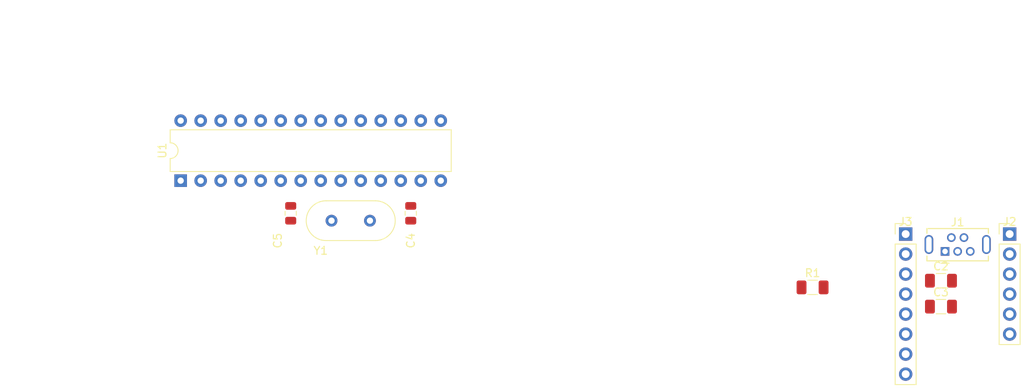
<source format=kicad_pcb>
(kicad_pcb (version 20171130) (host pcbnew "(5.1.2)-2")

  (general
    (thickness 1.6)
    (drawings 4)
    (tracks 0)
    (zones 0)
    (modules 10)
    (nets 30)
  )

  (page A4)
  (layers
    (0 F.Cu signal)
    (31 B.Cu signal)
    (32 B.Adhes user)
    (33 F.Adhes user)
    (34 B.Paste user)
    (35 F.Paste user)
    (36 B.SilkS user)
    (37 F.SilkS user)
    (38 B.Mask user)
    (39 F.Mask user)
    (40 Dwgs.User user)
    (41 Cmts.User user)
    (42 Eco1.User user)
    (43 Eco2.User user)
    (44 Edge.Cuts user)
    (45 Margin user)
    (46 B.CrtYd user)
    (47 F.CrtYd user)
    (48 B.Fab user)
    (49 F.Fab user)
  )

  (setup
    (last_trace_width 0.2032)
    (user_trace_width 0.2032)
    (trace_clearance 0.2)
    (zone_clearance 0.508)
    (zone_45_only no)
    (trace_min 0.2)
    (via_size 0.8)
    (via_drill 0.4)
    (via_min_size 0.4)
    (via_min_drill 0.3)
    (uvia_size 0.3)
    (uvia_drill 0.1)
    (uvias_allowed no)
    (uvia_min_size 0.2)
    (uvia_min_drill 0.1)
    (edge_width 0.05)
    (segment_width 0.2)
    (pcb_text_width 0.3)
    (pcb_text_size 1.5 1.5)
    (mod_edge_width 0.12)
    (mod_text_size 1 1)
    (mod_text_width 0.15)
    (pad_size 1.524 1.524)
    (pad_drill 0.762)
    (pad_to_mask_clearance 0.051)
    (solder_mask_min_width 0.25)
    (aux_axis_origin 0 0)
    (grid_origin 44.45 48.26)
    (visible_elements 7EFFFFFF)
    (pcbplotparams
      (layerselection 0x010fc_ffffffff)
      (usegerberextensions false)
      (usegerberattributes false)
      (usegerberadvancedattributes false)
      (creategerberjobfile false)
      (excludeedgelayer true)
      (linewidth 0.100000)
      (plotframeref false)
      (viasonmask false)
      (mode 1)
      (useauxorigin false)
      (hpglpennumber 1)
      (hpglpenspeed 20)
      (hpglpendiameter 15.000000)
      (psnegative false)
      (psa4output false)
      (plotreference true)
      (plotvalue true)
      (plotinvisibletext false)
      (padsonsilk false)
      (subtractmaskfromsilk false)
      (outputformat 1)
      (mirror false)
      (drillshape 1)
      (scaleselection 1)
      (outputdirectory ""))
  )

  (net 0 "")
  (net 1 VBUS)
  (net 2 GND)
  (net 3 "Net-(C3-Pad1)")
  (net 4 "Net-(C4-Pad1)")
  (net 5 "Net-(C5-Pad1)")
  (net 6 "Net-(J1-Pad4)")
  (net 7 "Net-(J1-Pad3)")
  (net 8 "Net-(J1-Pad2)")
  (net 9 "Net-(J2-Pad6)")
  (net 10 "Net-(J2-Pad5)")
  (net 11 "Net-(J2-Pad4)")
  (net 12 "Net-(J2-Pad1)")
  (net 13 "Net-(J3-Pad6)")
  (net 14 "Net-(J3-Pad5)")
  (net 15 "Net-(J3-Pad4)")
  (net 16 "Net-(J3-Pad3)")
  (net 17 "Net-(J3-Pad2)")
  (net 18 "Net-(J3-Pad1)")
  (net 19 "Net-(U1-Pad13)")
  (net 20 "Net-(U1-Pad12)")
  (net 21 "Net-(U1-Pad11)")
  (net 22 "Net-(U1-Pad7)")
  (net 23 "Net-(U1-Pad6)")
  (net 24 "Net-(U1-Pad5)")
  (net 25 "Net-(U1-Pad18)")
  (net 26 "Net-(U1-Pad4)")
  (net 27 "Net-(U1-Pad17)")
  (net 28 "Net-(U1-Pad3)")
  (net 29 "Net-(U1-Pad2)")

  (net_class Default "This is the default net class."
    (clearance 0.2)
    (trace_width 0.25)
    (via_dia 0.8)
    (via_drill 0.4)
    (uvia_dia 0.3)
    (uvia_drill 0.1)
    (add_net GND)
    (add_net "Net-(C3-Pad1)")
    (add_net "Net-(C4-Pad1)")
    (add_net "Net-(C5-Pad1)")
    (add_net "Net-(J1-Pad2)")
    (add_net "Net-(J1-Pad3)")
    (add_net "Net-(J1-Pad4)")
    (add_net "Net-(J2-Pad1)")
    (add_net "Net-(J2-Pad4)")
    (add_net "Net-(J2-Pad5)")
    (add_net "Net-(J2-Pad6)")
    (add_net "Net-(J3-Pad1)")
    (add_net "Net-(J3-Pad2)")
    (add_net "Net-(J3-Pad3)")
    (add_net "Net-(J3-Pad4)")
    (add_net "Net-(J3-Pad5)")
    (add_net "Net-(J3-Pad6)")
    (add_net "Net-(U1-Pad11)")
    (add_net "Net-(U1-Pad12)")
    (add_net "Net-(U1-Pad13)")
    (add_net "Net-(U1-Pad17)")
    (add_net "Net-(U1-Pad18)")
    (add_net "Net-(U1-Pad2)")
    (add_net "Net-(U1-Pad3)")
    (add_net "Net-(U1-Pad4)")
    (add_net "Net-(U1-Pad5)")
    (add_net "Net-(U1-Pad6)")
    (add_net "Net-(U1-Pad7)")
    (add_net VBUS)
  )

  (module Crystal:Crystal_HC49-U_Vertical (layer F.Cu) (tedit 5D4B1CFA) (tstamp 5D4B1465)
    (at 44.45 48.26)
    (descr "Crystal THT HC-49/U http://5hertz.com/pdfs/04404_D.pdf")
    (tags "THT crystalHC-49/U")
    (path /5D48C585)
    (fp_text reference Y1 (at -3.81 3.81) (layer F.SilkS)
      (effects (font (size 1 1) (thickness 0.15)))
    )
    (fp_text value "12 MHz" (at 2.54 3.81) (layer F.Fab)
      (effects (font (size 1 1) (thickness 0.15)))
    )
    (fp_arc (start 3.125 0) (end 3.125 -2.525) (angle 180) (layer F.SilkS) (width 0.12))
    (fp_arc (start -3.125 0) (end -3.125 -2.525) (angle -180) (layer F.SilkS) (width 0.12))
    (fp_arc (start 3 0) (end 3 -2) (angle 180) (layer F.Fab) (width 0.1))
    (fp_arc (start -3 0) (end -3 -2) (angle -180) (layer F.Fab) (width 0.1))
    (fp_arc (start 3.125 0) (end 3.125 -2.325) (angle 180) (layer F.Fab) (width 0.1))
    (fp_arc (start -3.125 0) (end -3.125 -2.325) (angle -180) (layer F.Fab) (width 0.1))
    (fp_line (start 5.96 -2.8) (end -5.94 -2.8) (layer F.CrtYd) (width 0.05))
    (fp_line (start 5.96 2.8) (end 5.96 -2.8) (layer F.CrtYd) (width 0.05))
    (fp_line (start -5.94 2.8) (end 5.96 2.8) (layer F.CrtYd) (width 0.05))
    (fp_line (start -5.94 -2.8) (end -5.94 2.8) (layer F.CrtYd) (width 0.05))
    (fp_line (start -3.125 2.525) (end 3.125 2.525) (layer F.SilkS) (width 0.12))
    (fp_line (start -3.125 -2.525) (end 3.125 -2.525) (layer F.SilkS) (width 0.12))
    (fp_line (start -3 2) (end 3 2) (layer F.Fab) (width 0.1))
    (fp_line (start -3 -2) (end 3 -2) (layer F.Fab) (width 0.1))
    (fp_line (start -3.125 2.325) (end 3.125 2.325) (layer F.Fab) (width 0.1))
    (fp_line (start -3.125 -2.325) (end 3.125 -2.325) (layer F.Fab) (width 0.1))
    (fp_text user %R (at 0 0) (layer F.Fab)
      (effects (font (size 1 1) (thickness 0.15)))
    )
    (pad 2 thru_hole circle (at 2.44 0) (size 1.5 1.5) (drill 0.8) (layers *.Cu *.Mask)
      (net 4 "Net-(C4-Pad1)"))
    (pad 1 thru_hole circle (at -2.44 0) (size 1.5 1.5) (drill 0.8) (layers *.Cu *.Mask)
      (net 5 "Net-(C5-Pad1)"))
    (model ${KISYS3DMOD}/Crystal.3dshapes/Crystal_HC49-U_Vertical.wrl
      (at (xyz 0 0 0))
      (scale (xyz 1 1 1))
      (rotate (xyz 0 0 0))
    )
  )

  (module Connector_PinHeader_2.54mm:PinHeader_1x08_P2.54mm_Vertical (layer F.Cu) (tedit 59FED5CC) (tstamp 5D4AE1BF)
    (at 114.9 49.96)
    (descr "Through hole straight pin header, 1x08, 2.54mm pitch, single row")
    (tags "Through hole pin header THT 1x08 2.54mm single row")
    (path /5D4523CB)
    (fp_text reference J3 (at 0 -1.56) (layer F.SilkS)
      (effects (font (size 1 1) (thickness 0.15)))
    )
    (fp_text value "Pad Interface" (at 0 8.56) (layer F.Fab)
      (effects (font (size 1 1) (thickness 0.15)))
    )
    (fp_text user %R (at 0 3.5 90) (layer F.Fab)
      (effects (font (size 0.76 0.76) (thickness 0.114)))
    )
    (fp_line (start 1.8 -1.8) (end -1.8 -1.8) (layer F.CrtYd) (width 0.05))
    (fp_line (start 1.8 19.55) (end 1.8 -1.8) (layer F.CrtYd) (width 0.05))
    (fp_line (start -1.8 19.55) (end 1.8 19.55) (layer F.CrtYd) (width 0.05))
    (fp_line (start -1.8 -1.8) (end -1.8 19.55) (layer F.CrtYd) (width 0.05))
    (fp_line (start -1.33 -1.33) (end 0 -1.33) (layer F.SilkS) (width 0.12))
    (fp_line (start -1.33 0) (end -1.33 -1.33) (layer F.SilkS) (width 0.12))
    (fp_line (start -1.33 1.27) (end 1.33 1.27) (layer F.SilkS) (width 0.12))
    (fp_line (start 1.33 1.27) (end 1.33 19.11) (layer F.SilkS) (width 0.12))
    (fp_line (start -1.33 1.27) (end -1.33 19.11) (layer F.SilkS) (width 0.12))
    (fp_line (start -1.33 19.11) (end 1.33 19.11) (layer F.SilkS) (width 0.12))
    (fp_line (start -1.27 -0.635) (end -0.635 -1.27) (layer F.Fab) (width 0.1))
    (fp_line (start -1.27 19.05) (end -1.27 -0.635) (layer F.Fab) (width 0.1))
    (fp_line (start 1.27 19.05) (end -1.27 19.05) (layer F.Fab) (width 0.1))
    (fp_line (start 1.27 -1.27) (end 1.27 19.05) (layer F.Fab) (width 0.1))
    (fp_line (start -0.635 -1.27) (end 1.27 -1.27) (layer F.Fab) (width 0.1))
    (pad 8 thru_hole oval (at 0 17.78) (size 1.7 1.7) (drill 1) (layers *.Cu *.Mask)
      (net 2 GND))
    (pad 7 thru_hole oval (at 0 15.24) (size 1.7 1.7) (drill 1) (layers *.Cu *.Mask)
      (net 2 GND))
    (pad 6 thru_hole oval (at 0 12.7) (size 1.7 1.7) (drill 1) (layers *.Cu *.Mask)
      (net 13 "Net-(J3-Pad6)"))
    (pad 5 thru_hole oval (at 0 10.16) (size 1.7 1.7) (drill 1) (layers *.Cu *.Mask)
      (net 14 "Net-(J3-Pad5)"))
    (pad 4 thru_hole oval (at 0 7.62) (size 1.7 1.7) (drill 1) (layers *.Cu *.Mask)
      (net 15 "Net-(J3-Pad4)"))
    (pad 3 thru_hole oval (at 0 5.08) (size 1.7 1.7) (drill 1) (layers *.Cu *.Mask)
      (net 16 "Net-(J3-Pad3)"))
    (pad 2 thru_hole oval (at 0 2.54) (size 1.7 1.7) (drill 1) (layers *.Cu *.Mask)
      (net 17 "Net-(J3-Pad2)"))
    (pad 1 thru_hole rect (at 0 0) (size 1.7 1.7) (drill 1) (layers *.Cu *.Mask)
      (net 18 "Net-(J3-Pad1)"))
    (model ${KISYS3DMOD}/Connector_PinHeader_2.54mm.3dshapes/PinHeader_1x08_P2.54mm_Vertical.wrl
      (at (xyz 0 0 0))
      (scale (xyz 1 1 1))
      (rotate (xyz 0 0 0))
    )
  )

  (module Connector_PinHeader_2.54mm:PinHeader_1x06_P2.54mm_Vertical (layer F.Cu) (tedit 59FED5CC) (tstamp 5D4AE1A1)
    (at 128.1 49.96)
    (descr "Through hole straight pin header, 1x06, 2.54mm pitch, single row")
    (tags "Through hole pin header THT 1x06 2.54mm single row")
    (path /5D43E2B2)
    (fp_text reference J2 (at 0 -1.56) (layer F.SilkS)
      (effects (font (size 1 1) (thickness 0.15)))
    )
    (fp_text value ICSP (at 0 6.56) (layer F.Fab)
      (effects (font (size 1 1) (thickness 0.15)))
    )
    (fp_text user %R (at 0 2.5 90) (layer F.Fab)
      (effects (font (size 0.76 0.76) (thickness 0.114)))
    )
    (fp_line (start 1.8 -1.8) (end -1.8 -1.8) (layer F.CrtYd) (width 0.05))
    (fp_line (start 1.8 14.5) (end 1.8 -1.8) (layer F.CrtYd) (width 0.05))
    (fp_line (start -1.8 14.5) (end 1.8 14.5) (layer F.CrtYd) (width 0.05))
    (fp_line (start -1.8 -1.8) (end -1.8 14.5) (layer F.CrtYd) (width 0.05))
    (fp_line (start -1.33 -1.33) (end 0 -1.33) (layer F.SilkS) (width 0.12))
    (fp_line (start -1.33 0) (end -1.33 -1.33) (layer F.SilkS) (width 0.12))
    (fp_line (start -1.33 1.27) (end 1.33 1.27) (layer F.SilkS) (width 0.12))
    (fp_line (start 1.33 1.27) (end 1.33 14.03) (layer F.SilkS) (width 0.12))
    (fp_line (start -1.33 1.27) (end -1.33 14.03) (layer F.SilkS) (width 0.12))
    (fp_line (start -1.33 14.03) (end 1.33 14.03) (layer F.SilkS) (width 0.12))
    (fp_line (start -1.27 -0.635) (end -0.635 -1.27) (layer F.Fab) (width 0.1))
    (fp_line (start -1.27 13.97) (end -1.27 -0.635) (layer F.Fab) (width 0.1))
    (fp_line (start 1.27 13.97) (end -1.27 13.97) (layer F.Fab) (width 0.1))
    (fp_line (start 1.27 -1.27) (end 1.27 13.97) (layer F.Fab) (width 0.1))
    (fp_line (start -0.635 -1.27) (end 1.27 -1.27) (layer F.Fab) (width 0.1))
    (pad 6 thru_hole oval (at 0 12.7) (size 1.7 1.7) (drill 1) (layers *.Cu *.Mask)
      (net 9 "Net-(J2-Pad6)"))
    (pad 5 thru_hole oval (at 0 10.16) (size 1.7 1.7) (drill 1) (layers *.Cu *.Mask)
      (net 10 "Net-(J2-Pad5)"))
    (pad 4 thru_hole oval (at 0 7.62) (size 1.7 1.7) (drill 1) (layers *.Cu *.Mask)
      (net 11 "Net-(J2-Pad4)"))
    (pad 3 thru_hole oval (at 0 5.08) (size 1.7 1.7) (drill 1) (layers *.Cu *.Mask)
      (net 2 GND))
    (pad 2 thru_hole oval (at 0 2.54) (size 1.7 1.7) (drill 1) (layers *.Cu *.Mask)
      (net 1 VBUS))
    (pad 1 thru_hole rect (at 0 0) (size 1.7 1.7) (drill 1) (layers *.Cu *.Mask)
      (net 12 "Net-(J2-Pad1)"))
    (model ${KISYS3DMOD}/Connector_PinHeader_2.54mm.3dshapes/PinHeader_1x06_P2.54mm_Vertical.wrl
      (at (xyz 0 0 0))
      (scale (xyz 1 1 1))
      (rotate (xyz 0 0 0))
    )
  )

  (module Package_DIP:DIP-28_W7.62mm (layer F.Cu) (tedit 5A02E8C5) (tstamp 5D4AE200)
    (at 22.86 43.18 90)
    (descr "28-lead though-hole mounted DIP package, row spacing 7.62 mm (300 mils)")
    (tags "THT DIP DIL PDIP 2.54mm 7.62mm 300mil")
    (path /5D3FCD9F)
    (fp_text reference U1 (at 3.81 -2.33 90) (layer F.SilkS)
      (effects (font (size 1 1) (thickness 0.15)))
    )
    (fp_text value PIC18F2550-ISP (at 3.81 35.35 90) (layer F.Fab)
      (effects (font (size 1 1) (thickness 0.15)))
    )
    (fp_text user %R (at 3.81 16.51 90) (layer F.Fab)
      (effects (font (size 1 1) (thickness 0.15)))
    )
    (fp_line (start 8.7 -1.55) (end -1.1 -1.55) (layer F.CrtYd) (width 0.05))
    (fp_line (start 8.7 34.55) (end 8.7 -1.55) (layer F.CrtYd) (width 0.05))
    (fp_line (start -1.1 34.55) (end 8.7 34.55) (layer F.CrtYd) (width 0.05))
    (fp_line (start -1.1 -1.55) (end -1.1 34.55) (layer F.CrtYd) (width 0.05))
    (fp_line (start 6.46 -1.33) (end 4.81 -1.33) (layer F.SilkS) (width 0.12))
    (fp_line (start 6.46 34.35) (end 6.46 -1.33) (layer F.SilkS) (width 0.12))
    (fp_line (start 1.16 34.35) (end 6.46 34.35) (layer F.SilkS) (width 0.12))
    (fp_line (start 1.16 -1.33) (end 1.16 34.35) (layer F.SilkS) (width 0.12))
    (fp_line (start 2.81 -1.33) (end 1.16 -1.33) (layer F.SilkS) (width 0.12))
    (fp_line (start 0.635 -0.27) (end 1.635 -1.27) (layer F.Fab) (width 0.1))
    (fp_line (start 0.635 34.29) (end 0.635 -0.27) (layer F.Fab) (width 0.1))
    (fp_line (start 6.985 34.29) (end 0.635 34.29) (layer F.Fab) (width 0.1))
    (fp_line (start 6.985 -1.27) (end 6.985 34.29) (layer F.Fab) (width 0.1))
    (fp_line (start 1.635 -1.27) (end 6.985 -1.27) (layer F.Fab) (width 0.1))
    (fp_arc (start 3.81 -1.33) (end 2.81 -1.33) (angle -180) (layer F.SilkS) (width 0.12))
    (pad 28 thru_hole oval (at 7.62 0 90) (size 1.6 1.6) (drill 0.8) (layers *.Cu *.Mask)
      (net 11 "Net-(J2-Pad4)"))
    (pad 14 thru_hole oval (at 0 33.02 90) (size 1.6 1.6) (drill 0.8) (layers *.Cu *.Mask)
      (net 3 "Net-(C3-Pad1)"))
    (pad 27 thru_hole oval (at 7.62 2.54 90) (size 1.6 1.6) (drill 0.8) (layers *.Cu *.Mask)
      (net 10 "Net-(J2-Pad5)"))
    (pad 13 thru_hole oval (at 0 30.48 90) (size 1.6 1.6) (drill 0.8) (layers *.Cu *.Mask)
      (net 19 "Net-(U1-Pad13)"))
    (pad 26 thru_hole oval (at 7.62 5.08 90) (size 1.6 1.6) (drill 0.8) (layers *.Cu *.Mask)
      (net 13 "Net-(J3-Pad6)"))
    (pad 12 thru_hole oval (at 0 27.94 90) (size 1.6 1.6) (drill 0.8) (layers *.Cu *.Mask)
      (net 20 "Net-(U1-Pad12)"))
    (pad 25 thru_hole oval (at 7.62 7.62 90) (size 1.6 1.6) (drill 0.8) (layers *.Cu *.Mask)
      (net 14 "Net-(J3-Pad5)"))
    (pad 11 thru_hole oval (at 0 25.4 90) (size 1.6 1.6) (drill 0.8) (layers *.Cu *.Mask)
      (net 21 "Net-(U1-Pad11)"))
    (pad 24 thru_hole oval (at 7.62 10.16 90) (size 1.6 1.6) (drill 0.8) (layers *.Cu *.Mask)
      (net 15 "Net-(J3-Pad4)"))
    (pad 10 thru_hole oval (at 0 22.86 90) (size 1.6 1.6) (drill 0.8) (layers *.Cu *.Mask)
      (net 4 "Net-(C4-Pad1)"))
    (pad 23 thru_hole oval (at 7.62 12.7 90) (size 1.6 1.6) (drill 0.8) (layers *.Cu *.Mask)
      (net 16 "Net-(J3-Pad3)"))
    (pad 9 thru_hole oval (at 0 20.32 90) (size 1.6 1.6) (drill 0.8) (layers *.Cu *.Mask)
      (net 5 "Net-(C5-Pad1)"))
    (pad 22 thru_hole oval (at 7.62 15.24 90) (size 1.6 1.6) (drill 0.8) (layers *.Cu *.Mask)
      (net 17 "Net-(J3-Pad2)"))
    (pad 8 thru_hole oval (at 0 17.78 90) (size 1.6 1.6) (drill 0.8) (layers *.Cu *.Mask)
      (net 2 GND))
    (pad 21 thru_hole oval (at 7.62 17.78 90) (size 1.6 1.6) (drill 0.8) (layers *.Cu *.Mask)
      (net 18 "Net-(J3-Pad1)"))
    (pad 7 thru_hole oval (at 0 15.24 90) (size 1.6 1.6) (drill 0.8) (layers *.Cu *.Mask)
      (net 22 "Net-(U1-Pad7)"))
    (pad 20 thru_hole oval (at 7.62 20.32 90) (size 1.6 1.6) (drill 0.8) (layers *.Cu *.Mask)
      (net 1 VBUS))
    (pad 6 thru_hole oval (at 0 12.7 90) (size 1.6 1.6) (drill 0.8) (layers *.Cu *.Mask)
      (net 23 "Net-(U1-Pad6)"))
    (pad 19 thru_hole oval (at 7.62 22.86 90) (size 1.6 1.6) (drill 0.8) (layers *.Cu *.Mask)
      (net 2 GND))
    (pad 5 thru_hole oval (at 0 10.16 90) (size 1.6 1.6) (drill 0.8) (layers *.Cu *.Mask)
      (net 24 "Net-(U1-Pad5)"))
    (pad 18 thru_hole oval (at 7.62 25.4 90) (size 1.6 1.6) (drill 0.8) (layers *.Cu *.Mask)
      (net 25 "Net-(U1-Pad18)"))
    (pad 4 thru_hole oval (at 0 7.62 90) (size 1.6 1.6) (drill 0.8) (layers *.Cu *.Mask)
      (net 26 "Net-(U1-Pad4)"))
    (pad 17 thru_hole oval (at 7.62 27.94 90) (size 1.6 1.6) (drill 0.8) (layers *.Cu *.Mask)
      (net 27 "Net-(U1-Pad17)"))
    (pad 3 thru_hole oval (at 0 5.08 90) (size 1.6 1.6) (drill 0.8) (layers *.Cu *.Mask)
      (net 28 "Net-(U1-Pad3)"))
    (pad 16 thru_hole oval (at 7.62 30.48 90) (size 1.6 1.6) (drill 0.8) (layers *.Cu *.Mask)
      (net 7 "Net-(J1-Pad3)"))
    (pad 2 thru_hole oval (at 0 2.54 90) (size 1.6 1.6) (drill 0.8) (layers *.Cu *.Mask)
      (net 29 "Net-(U1-Pad2)"))
    (pad 15 thru_hole oval (at 7.62 33.02 90) (size 1.6 1.6) (drill 0.8) (layers *.Cu *.Mask)
      (net 8 "Net-(J1-Pad2)"))
    (pad 1 thru_hole rect (at 0 0 90) (size 1.6 1.6) (drill 0.8) (layers *.Cu *.Mask)
      (net 12 "Net-(J2-Pad1)"))
    (model ${KISYS3DMOD}/Package_DIP.3dshapes/DIP-28_W7.62mm.wrl
      (at (xyz 0 0 0))
      (scale (xyz 1 1 1))
      (rotate (xyz 0 0 0))
    )
  )

  (module Resistor_SMD:R_1206_3216Metric (layer F.Cu) (tedit 5B301BBD) (tstamp 5D4AE1D0)
    (at 103.08 56.73)
    (descr "Resistor SMD 1206 (3216 Metric), square (rectangular) end terminal, IPC_7351 nominal, (Body size source: http://www.tortai-tech.com/upload/download/2011102023233369053.pdf), generated with kicad-footprint-generator")
    (tags resistor)
    (path /5D441861)
    (attr smd)
    (fp_text reference R1 (at 0 -1.82) (layer F.SilkS)
      (effects (font (size 1 1) (thickness 0.15)))
    )
    (fp_text value 10k (at 0 1.82) (layer F.Fab)
      (effects (font (size 1 1) (thickness 0.15)))
    )
    (fp_text user %R (at 0 0) (layer F.Fab)
      (effects (font (size 0.8 0.8) (thickness 0.12)))
    )
    (fp_line (start 2.28 1.12) (end -2.28 1.12) (layer F.CrtYd) (width 0.05))
    (fp_line (start 2.28 -1.12) (end 2.28 1.12) (layer F.CrtYd) (width 0.05))
    (fp_line (start -2.28 -1.12) (end 2.28 -1.12) (layer F.CrtYd) (width 0.05))
    (fp_line (start -2.28 1.12) (end -2.28 -1.12) (layer F.CrtYd) (width 0.05))
    (fp_line (start -0.602064 0.91) (end 0.602064 0.91) (layer F.SilkS) (width 0.12))
    (fp_line (start -0.602064 -0.91) (end 0.602064 -0.91) (layer F.SilkS) (width 0.12))
    (fp_line (start 1.6 0.8) (end -1.6 0.8) (layer F.Fab) (width 0.1))
    (fp_line (start 1.6 -0.8) (end 1.6 0.8) (layer F.Fab) (width 0.1))
    (fp_line (start -1.6 -0.8) (end 1.6 -0.8) (layer F.Fab) (width 0.1))
    (fp_line (start -1.6 0.8) (end -1.6 -0.8) (layer F.Fab) (width 0.1))
    (pad 2 smd roundrect (at 1.4 0) (size 1.25 1.75) (layers F.Cu F.Paste F.Mask) (roundrect_rratio 0.2)
      (net 12 "Net-(J2-Pad1)"))
    (pad 1 smd roundrect (at -1.4 0) (size 1.25 1.75) (layers F.Cu F.Paste F.Mask) (roundrect_rratio 0.2)
      (net 1 VBUS))
    (model ${KISYS3DMOD}/Resistor_SMD.3dshapes/R_1206_3216Metric.wrl
      (at (xyz 0 0 0))
      (scale (xyz 1 1 1))
      (rotate (xyz 0 0 0))
    )
  )

  (module Connector_USB:USB_Mini-B_Tensility_54-00023_Vertical (layer F.Cu) (tedit 5A24F112) (tstamp 5D4AE185)
    (at 119.9 52.16)
    (descr http://www.tensility.com/pdffiles/54-00023.pdf)
    (tags "usb mini receptacle vertical")
    (path /5D43EC57)
    (fp_text reference J1 (at 1.6 -3.7) (layer F.SilkS)
      (effects (font (size 1 1) (thickness 0.15)))
    )
    (fp_text value USB_B_Mini (at 1.5 2.2) (layer F.Fab)
      (effects (font (size 1 1) (thickness 0.15)))
    )
    (fp_line (start 5.5 -2.9) (end 5.5 -2.3) (layer F.SilkS) (width 0.15))
    (fp_text user %R (at 1.5 -1) (layer F.Fab)
      (effects (font (size 1 1) (thickness 0.15)))
    )
    (fp_line (start 6 -3.2) (end -2.8 -3.2) (layer F.CrtYd) (width 0.05))
    (fp_line (start 6 1.5) (end 6 -3.2) (layer F.CrtYd) (width 0.05))
    (fp_line (start -2.8 1.5) (end 6 1.5) (layer F.CrtYd) (width 0.05))
    (fp_line (start -2.8 -3.2) (end -2.8 1.5) (layer F.CrtYd) (width 0.05))
    (fp_line (start -2.3 -2.3) (end -2.3 -2.9) (layer F.SilkS) (width 0.15))
    (fp_line (start 5.5 1.2) (end 5.5 0.6) (layer F.SilkS) (width 0.15))
    (fp_line (start -2.3 1.2) (end 5.5 1.2) (layer F.SilkS) (width 0.15))
    (fp_line (start -2.3 0.6) (end -2.3 1.2) (layer F.SilkS) (width 0.15))
    (fp_line (start -2.3 -2.9) (end 5.5 -2.9) (layer F.SilkS) (width 0.15))
    (fp_line (start -2 0.9) (end -2 -2.6) (layer F.Fab) (width 0.15))
    (fp_line (start 5.2 -2.6) (end -2 -2.6) (layer F.Fab) (width 0.15))
    (fp_line (start 5.2 -2.6) (end 5.2 0.9) (layer F.Fab) (width 0.15))
    (fp_line (start 0.7 0.9) (end 5.2 0.9) (layer F.Fab) (width 0.15))
    (fp_line (start 0 0.2) (end 0.7 0.9) (layer F.Fab) (width 0.15))
    (fp_line (start -0.7 0.9) (end 0 0.2) (layer F.Fab) (width 0.15))
    (fp_line (start -2 0.9) (end -0.7 0.9) (layer F.Fab) (width 0.15))
    (fp_line (start -0.5 1.5) (end 0.5 1.5) (layer F.SilkS) (width 0.15))
    (pad 6 thru_hole oval (at 5.25 -0.875) (size 1.1 2.4) (drill oval 0.7 2) (layers *.Cu *.Mask)
      (net 2 GND))
    (pad 6 thru_hole oval (at -2.05 -0.875) (size 1.1 2.4) (drill oval 0.7 2) (layers *.Cu *.Mask)
      (net 2 GND))
    (pad 5 thru_hole circle (at 3.2 0) (size 1.1 1.1) (drill 0.7) (layers *.Cu *.Mask)
      (net 2 GND))
    (pad 4 thru_hole circle (at 2.4 -1.75) (size 1.1 1.1) (drill 0.7) (layers *.Cu *.Mask)
      (net 6 "Net-(J1-Pad4)"))
    (pad 3 thru_hole circle (at 1.6 0) (size 1.1 1.1) (drill 0.7) (layers *.Cu *.Mask)
      (net 7 "Net-(J1-Pad3)"))
    (pad 2 thru_hole circle (at 0.8 -1.75) (size 1.1 1.1) (drill 0.7) (layers *.Cu *.Mask)
      (net 8 "Net-(J1-Pad2)"))
    (pad 1 thru_hole rect (at 0 0) (size 1.1 1.1) (drill 0.7) (layers *.Cu *.Mask)
      (net 1 VBUS))
    (model ${KISYS3DMOD}/Connector_USB.3dshapes/USB_Mini-B_Tensility_54-00023_Vertical.wrl
      (at (xyz 0 0 0))
      (scale (xyz 1 1 1))
      (rotate (xyz 0 0 0))
    )
  )

  (module Capacitor_SMD:C_0805_2012Metric (layer F.Cu) (tedit 5B36C52B) (tstamp 5D4AE167)
    (at 36.83 47.3225 90)
    (descr "Capacitor SMD 0805 (2012 Metric), square (rectangular) end terminal, IPC_7351 nominal, (Body size source: https://docs.google.com/spreadsheets/d/1BsfQQcO9C6DZCsRaXUlFlo91Tg2WpOkGARC1WS5S8t0/edit?usp=sharing), generated with kicad-footprint-generator")
    (tags capacitor)
    (path /5D44EC47)
    (attr smd)
    (fp_text reference C5 (at -3.4775 -1.65 90) (layer F.SilkS)
      (effects (font (size 1 1) (thickness 0.15)))
    )
    (fp_text value 22pF (at -3.4775 0 90) (layer F.Fab)
      (effects (font (size 1 1) (thickness 0.15)))
    )
    (fp_text user %R (at 0 0 90) (layer F.Fab)
      (effects (font (size 0.5 0.5) (thickness 0.08)))
    )
    (fp_line (start 1.68 0.95) (end -1.68 0.95) (layer F.CrtYd) (width 0.05))
    (fp_line (start 1.68 -0.95) (end 1.68 0.95) (layer F.CrtYd) (width 0.05))
    (fp_line (start -1.68 -0.95) (end 1.68 -0.95) (layer F.CrtYd) (width 0.05))
    (fp_line (start -1.68 0.95) (end -1.68 -0.95) (layer F.CrtYd) (width 0.05))
    (fp_line (start -0.258578 0.71) (end 0.258578 0.71) (layer F.SilkS) (width 0.12))
    (fp_line (start -0.258578 -0.71) (end 0.258578 -0.71) (layer F.SilkS) (width 0.12))
    (fp_line (start 1 0.6) (end -1 0.6) (layer F.Fab) (width 0.1))
    (fp_line (start 1 -0.6) (end 1 0.6) (layer F.Fab) (width 0.1))
    (fp_line (start -1 -0.6) (end 1 -0.6) (layer F.Fab) (width 0.1))
    (fp_line (start -1 0.6) (end -1 -0.6) (layer F.Fab) (width 0.1))
    (pad 2 smd roundrect (at 0.9375 0 90) (size 0.975 1.4) (layers F.Cu F.Paste F.Mask) (roundrect_rratio 0.25)
      (net 2 GND))
    (pad 1 smd roundrect (at -0.9375 0 90) (size 0.975 1.4) (layers F.Cu F.Paste F.Mask) (roundrect_rratio 0.25)
      (net 5 "Net-(C5-Pad1)"))
    (model ${KISYS3DMOD}/Capacitor_SMD.3dshapes/C_0805_2012Metric.wrl
      (at (xyz 0 0 0))
      (scale (xyz 1 1 1))
      (rotate (xyz 0 0 0))
    )
  )

  (module Capacitor_SMD:C_0805_2012Metric (layer F.Cu) (tedit 5B36C52B) (tstamp 5D4AE156)
    (at 52.07 47.3225 90)
    (descr "Capacitor SMD 0805 (2012 Metric), square (rectangular) end terminal, IPC_7351 nominal, (Body size source: https://docs.google.com/spreadsheets/d/1BsfQQcO9C6DZCsRaXUlFlo91Tg2WpOkGARC1WS5S8t0/edit?usp=sharing), generated with kicad-footprint-generator")
    (tags capacitor)
    (path /5D44E028)
    (attr smd)
    (fp_text reference C4 (at -3.4775 0 90) (layer F.SilkS)
      (effects (font (size 1 1) (thickness 0.15)))
    )
    (fp_text value 22pF (at -3.4775 1.65 90) (layer F.Fab)
      (effects (font (size 1 1) (thickness 0.15)))
    )
    (fp_text user %R (at 0 0 90) (layer F.Fab)
      (effects (font (size 0.5 0.5) (thickness 0.08)))
    )
    (fp_line (start 1.68 0.95) (end -1.68 0.95) (layer F.CrtYd) (width 0.05))
    (fp_line (start 1.68 -0.95) (end 1.68 0.95) (layer F.CrtYd) (width 0.05))
    (fp_line (start -1.68 -0.95) (end 1.68 -0.95) (layer F.CrtYd) (width 0.05))
    (fp_line (start -1.68 0.95) (end -1.68 -0.95) (layer F.CrtYd) (width 0.05))
    (fp_line (start -0.258578 0.71) (end 0.258578 0.71) (layer F.SilkS) (width 0.12))
    (fp_line (start -0.258578 -0.71) (end 0.258578 -0.71) (layer F.SilkS) (width 0.12))
    (fp_line (start 1 0.6) (end -1 0.6) (layer F.Fab) (width 0.1))
    (fp_line (start 1 -0.6) (end 1 0.6) (layer F.Fab) (width 0.1))
    (fp_line (start -1 -0.6) (end 1 -0.6) (layer F.Fab) (width 0.1))
    (fp_line (start -1 0.6) (end -1 -0.6) (layer F.Fab) (width 0.1))
    (pad 2 smd roundrect (at 0.9375 0 90) (size 0.975 1.4) (layers F.Cu F.Paste F.Mask) (roundrect_rratio 0.25)
      (net 2 GND))
    (pad 1 smd roundrect (at -0.9375 0 90) (size 0.975 1.4) (layers F.Cu F.Paste F.Mask) (roundrect_rratio 0.25)
      (net 4 "Net-(C4-Pad1)"))
    (model ${KISYS3DMOD}/Capacitor_SMD.3dshapes/C_0805_2012Metric.wrl
      (at (xyz 0 0 0))
      (scale (xyz 1 1 1))
      (rotate (xyz 0 0 0))
    )
  )

  (module Capacitor_SMD:C_1206_3216Metric (layer F.Cu) (tedit 5B301BBE) (tstamp 5D4AE145)
    (at 119.38 59.17)
    (descr "Capacitor SMD 1206 (3216 Metric), square (rectangular) end terminal, IPC_7351 nominal, (Body size source: http://www.tortai-tech.com/upload/download/2011102023233369053.pdf), generated with kicad-footprint-generator")
    (tags capacitor)
    (path /5D408360)
    (attr smd)
    (fp_text reference C3 (at 0 -1.82) (layer F.SilkS)
      (effects (font (size 1 1) (thickness 0.15)))
    )
    (fp_text value 220nF (at 0 1.82) (layer F.Fab)
      (effects (font (size 1 1) (thickness 0.15)))
    )
    (fp_text user %R (at 0 0) (layer F.Fab)
      (effects (font (size 0.8 0.8) (thickness 0.12)))
    )
    (fp_line (start 2.28 1.12) (end -2.28 1.12) (layer F.CrtYd) (width 0.05))
    (fp_line (start 2.28 -1.12) (end 2.28 1.12) (layer F.CrtYd) (width 0.05))
    (fp_line (start -2.28 -1.12) (end 2.28 -1.12) (layer F.CrtYd) (width 0.05))
    (fp_line (start -2.28 1.12) (end -2.28 -1.12) (layer F.CrtYd) (width 0.05))
    (fp_line (start -0.602064 0.91) (end 0.602064 0.91) (layer F.SilkS) (width 0.12))
    (fp_line (start -0.602064 -0.91) (end 0.602064 -0.91) (layer F.SilkS) (width 0.12))
    (fp_line (start 1.6 0.8) (end -1.6 0.8) (layer F.Fab) (width 0.1))
    (fp_line (start 1.6 -0.8) (end 1.6 0.8) (layer F.Fab) (width 0.1))
    (fp_line (start -1.6 -0.8) (end 1.6 -0.8) (layer F.Fab) (width 0.1))
    (fp_line (start -1.6 0.8) (end -1.6 -0.8) (layer F.Fab) (width 0.1))
    (pad 2 smd roundrect (at 1.4 0) (size 1.25 1.75) (layers F.Cu F.Paste F.Mask) (roundrect_rratio 0.2)
      (net 2 GND))
    (pad 1 smd roundrect (at -1.4 0) (size 1.25 1.75) (layers F.Cu F.Paste F.Mask) (roundrect_rratio 0.2)
      (net 3 "Net-(C3-Pad1)"))
    (model ${KISYS3DMOD}/Capacitor_SMD.3dshapes/C_1206_3216Metric.wrl
      (at (xyz 0 0 0))
      (scale (xyz 1 1 1))
      (rotate (xyz 0 0 0))
    )
  )

  (module Capacitor_SMD:C_1206_3216Metric (layer F.Cu) (tedit 5B301BBE) (tstamp 5D4AE134)
    (at 119.38 55.88)
    (descr "Capacitor SMD 1206 (3216 Metric), square (rectangular) end terminal, IPC_7351 nominal, (Body size source: http://www.tortai-tech.com/upload/download/2011102023233369053.pdf), generated with kicad-footprint-generator")
    (tags capacitor)
    (path /5D3FFB7B)
    (attr smd)
    (fp_text reference C2 (at 0 -1.82) (layer F.SilkS)
      (effects (font (size 1 1) (thickness 0.15)))
    )
    (fp_text value 0.1uF (at 0 1.82) (layer F.Fab)
      (effects (font (size 1 1) (thickness 0.15)))
    )
    (fp_text user %R (at 0 0) (layer F.Fab)
      (effects (font (size 0.8 0.8) (thickness 0.12)))
    )
    (fp_line (start 2.28 1.12) (end -2.28 1.12) (layer F.CrtYd) (width 0.05))
    (fp_line (start 2.28 -1.12) (end 2.28 1.12) (layer F.CrtYd) (width 0.05))
    (fp_line (start -2.28 -1.12) (end 2.28 -1.12) (layer F.CrtYd) (width 0.05))
    (fp_line (start -2.28 1.12) (end -2.28 -1.12) (layer F.CrtYd) (width 0.05))
    (fp_line (start -0.602064 0.91) (end 0.602064 0.91) (layer F.SilkS) (width 0.12))
    (fp_line (start -0.602064 -0.91) (end 0.602064 -0.91) (layer F.SilkS) (width 0.12))
    (fp_line (start 1.6 0.8) (end -1.6 0.8) (layer F.Fab) (width 0.1))
    (fp_line (start 1.6 -0.8) (end 1.6 0.8) (layer F.Fab) (width 0.1))
    (fp_line (start -1.6 -0.8) (end 1.6 -0.8) (layer F.Fab) (width 0.1))
    (fp_line (start -1.6 0.8) (end -1.6 -0.8) (layer F.Fab) (width 0.1))
    (pad 2 smd roundrect (at 1.4 0) (size 1.25 1.75) (layers F.Cu F.Paste F.Mask) (roundrect_rratio 0.2)
      (net 1 VBUS))
    (pad 1 smd roundrect (at -1.4 0) (size 1.25 1.75) (layers F.Cu F.Paste F.Mask) (roundrect_rratio 0.2)
      (net 2 GND))
    (model ${KISYS3DMOD}/Capacitor_SMD.3dshapes/C_1206_3216Metric.wrl
      (at (xyz 0 0 0))
      (scale (xyz 1 1 1))
      (rotate (xyz 0 0 0))
    )
  )

  (gr_line (start 0 59.69) (end 0 20.32) (layer Eco1.User) (width 0.15) (tstamp 5D4B0379))
  (gr_line (start 80.01 59.69) (end 0 59.69) (layer Eco1.User) (width 0.15))
  (gr_line (start 80.01 20.32) (end 80.01 59.69) (layer Eco1.User) (width 0.15))
  (gr_line (start 0 20.32) (end 80.01 20.32) (layer Eco1.User) (width 0.15))

)

</source>
